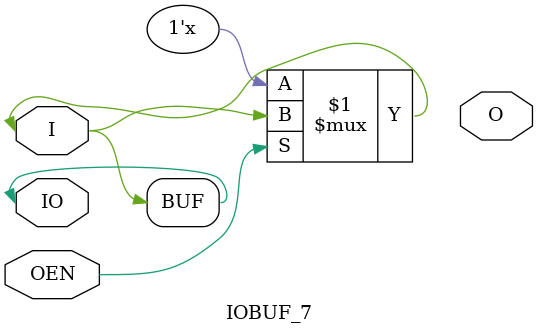
<source format=v>
module IOBUF_7 (O, IO, I, OEN);
  input I,OEN;
  output O;
  inout IO;
  assign IO = OEN ? I : 1'bz;
  assign I = IO;
endmodule
</source>
